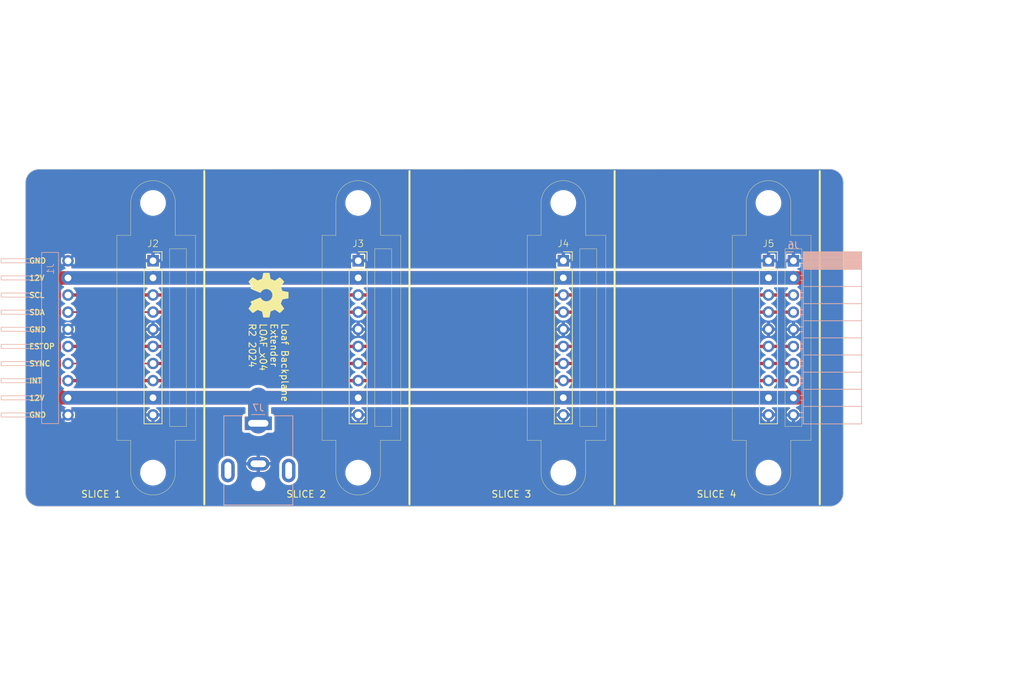
<source format=kicad_pcb>
(kicad_pcb (version 20221018) (generator pcbnew)
  (layers (0 "F.Cu" signal) (31 "B.Cu" signal) (34 "B.Paste" user) (35 "F.Paste" user) (36 "B.SilkS" user "B.Silkscreen") (37 "F.SilkS" user "F.Silkscreen") (38 "B.Mask" user) (39 "F.Mask" user) (44 "Edge.Cuts" user))
  (net 0 "")
  (net 1 "GND")
  (net 2 "+12V")
  (net 3 "/SCL_5V")
  (net 4 "/SDA_5V")
  (net 5 "/E_STOP_5V")
  (net 6 "/INT_5V")
  (net 7 "/SYNC_5V")
  (footprint "SparkFun-Connector:BREAD 10-Pin Connector" (layer "F.Cu") (at 103.2 107.12)
    (fp_text reference "J3" (at 0 -13.97 unlocked) (layer "F.SilkS") (effects (font (thickness 0.1))))
    (fp_text value "Conn_01x10_Male")
    (fp_line (start -5.35 -15.2) (end -5.35 15.2) (stroke (width 0.05)) (layer "F.SilkS"))
    (fp_line (start -3.3 -15.2) (end -5.35 -15.2) (stroke (width 0.05)) (layer "F.SilkS"))
    (fp_line (start -3.3 15.2) (end -5.35 15.2) (stroke (width 0.05)) (layer "F.SilkS"))
    (fp_line (start -3.299924 -19.97) (end -3.3 -15.2) (stroke (width 0.05)) (layer "F.SilkS"))
    (fp_line (start -3.299924 19.970001) (end -3.299848 15.200001) (stroke (width 0.05)) (layer "F.SilkS"))
    (fp_line (start -1.33 -10.16) (end -1.33 12.76) (stroke (width 0.12)) (layer "F.SilkS"))
    (fp_line (start -1.33 -10.16) (end 1.33 -10.16) (stroke (width 0.12)) (layer "F.SilkS"))
    (fp_line (start -1.33 12.76) (end 1.33 12.76) (stroke (width 0.12)) (layer "F.SilkS"))
    (fp_line (start 0 -12.76) (end 1.33 -12.76) (stroke (width 0.12)) (layer "F.SilkS"))
    (fp_line (start 1.33 -12.76) (end 1.33 -11.43) (stroke (width 0.12)) (layer "F.SilkS"))
    (fp_line (start 1.33 -10.16) (end 1.33 12.76) (stroke (width 0.12)) (layer "F.SilkS"))
    (fp_line (start 3.299924 -19.970001) (end 3.3 -15.2) (stroke (width 0.05)) (layer "F.SilkS"))
    (fp_line (start 3.299924 19.97) (end 3.3 15.2) (stroke (width 0.05)) (layer "F.SilkS"))
    (fp_line (start 6.3 -15.2) (end 3.3 -15.2) (stroke (width 0.05)) (layer "F.SilkS"))
    (fp_line (start 6.3 -15.2) (end 6.3 15.2) (stroke (width 0.05)) (layer "F.SilkS"))
    (fp_line (start 6.3 15.2) (end 3.3 15.2) (stroke (width 0.05)) (layer "F.SilkS"))
    (fp_rect (start 2.45 -13.2) (end 4.95 13.15) (stroke (width 0.05)) (fill none) (layer "F.SilkS"))
    (fp_arc (start -3.299924 -19.97) (mid 0 -23.30006) (end 3.299924 -19.970001) (stroke (width 0.05)) (layer "F.SilkS"))
    (fp_arc (start 3.299924 19.97) (mid 0 23.30006) (end -3.299924 19.970001) (stroke (width 0.05)) (layer "F.SilkS"))
    (pad "" np_thru_hole circle (at 0 -20) (size 3.3 3.3) (drill 3.3) (layers "F&B.Cu" "*.Mask"))
    (pad "" np_thru_hole circle (at 0 20) (size 3.3 3.3) (drill 3.3) (layers "F&B.Cu" "*.Mask"))
    (pad "1" thru_hole rect (at 0 -11.43) (size 1.7 1.7) (drill 1) (layers "*.Cu" "*.Mask") (net 1 "GND"))
    (pad "2" thru_hole oval (at 0 -8.89) (size 1.7 1.7) (drill 1) (layers "*.Cu" "*.Mask") (net 2 "+12V"))
    (pad "3" thru_hole oval (at 0 -6.35) (size 1.7 1.7) (drill 1) (layers "*.Cu" "*.Mask") (net 3 "/SCL_5V"))
    (pad "4" thru_hole oval (at 0 -3.81) (size 1.7 1.7) (drill 1) (layers "*.Cu" "*.Mask") (net 4 "/SDA_5V"))
    (pad "5" thru_hole oval (at 0 -1.27) (size 1.7 1.7) (drill 1) (layers "*.Cu" "*.Mask") (net 1 "GND"))
    (pad "6" thru_hole oval (at 0 1.27) (size 1.7 1.7) (drill 1) (layers "*.Cu" "*.Mask") (net 5 "/E_STOP_5V"))
    (pad "7" thru_hole oval (at 0 3.81) (size 1.7 1.7) (drill 1) (layers "*.Cu" "*.Mask") (net 6 "/INT_5V"))
    (pad "8" thru_hole oval (at 0 6.35) (size 1.7 1.7) (drill 1) (layers "*.Cu" "*.Mask") (net 7 "/SYNC_5V"))
    (pad "9" thru_hole oval (at 0 8.89) (size 1.7 1.7) (drill 1) (layers "*.Cu" "*.Mask") (net 2 "+12V"))
    (pad "10" thru_hole oval (at 0 11.43) (size 1.7 1.7) (drill 1) (layers "*.Cu" "*.Mask") (net 1 "GND"))
  )
  (footprint "SparkFun-Connector:BREAD 10-Pin Connector" (layer "F.Cu") (at 164 107.12)
    (fp_text reference "J5" (at 0 -13.97 unlocked) (layer "F.SilkS") (effects (font (thickness 0.1))))
    (fp_text value "Conn_01x10_Male")
    (fp_line (start -5.35 -15.2) (end -5.35 15.2) (stroke (width 0.05)) (layer "F.SilkS"))
    (fp_line (start -3.3 -15.2) (end -5.35 -15.2) (stroke (width 0.05)) (layer "F.SilkS"))
    (fp_line (start -3.3 15.2) (end -5.35 15.2) (stroke (width 0.05)) (layer "F.SilkS"))
    (fp_line (start -3.299924 -19.97) (end -3.3 -15.2) (stroke (width 0.05)) (layer "F.SilkS"))
    (fp_line (start -3.299924 19.970001) (end -3.299848 15.200001) (stroke (width 0.05)) (layer "F.SilkS"))
    (fp_line (start -1.33 -10.16) (end -1.33 12.76) (stroke (width 0.12)) (layer "F.SilkS"))
    (fp_line (start -1.33 -10.16) (end 1.33 -10.16) (stroke (width 0.12)) (layer "F.SilkS"))
    (fp_line (start -1.33 12.76) (end 1.33 12.76) (stroke (width 0.12)) (layer "F.SilkS"))
    (fp_line (start 0 -12.76) (end 1.33 -12.76) (stroke (width 0.12)) (layer "F.SilkS"))
    (fp_line (start 1.33 -12.76) (end 1.33 -11.43) (stroke (width 0.12)) (layer "F.SilkS"))
    (fp_line (start 1.33 -10.16) (end 1.33 12.76) (stroke (width 0.12)) (layer "F.SilkS"))
    (fp_line (start 3.299924 -19.970001) (end 3.3 -15.2) (stroke (width 0.05)) (layer "F.SilkS"))
    (fp_line (start 3.299924 19.97) (end 3.3 15.2) (stroke (width 0.05)) (layer "F.SilkS"))
    (fp_line (start 6.3 -15.2) (end 3.3 -15.2) (stroke (width 0.05)) (layer "F.SilkS"))
    (fp_line (start 6.3 -15.2) (end 6.3 15.2) (stroke (width 0.05)) (layer "F.SilkS"))
    (fp_line (start 6.3 15.2) (end 3.3 15.2) (stroke (width 0.05)) (layer "F.SilkS"))
    (fp_rect (start 2.45 -13.2) (end 4.95 13.15) (stroke (width 0.05)) (fill none) (layer "F.SilkS"))
    (fp_arc (start -3.299924 -19.97) (mid 0 -23.30006) (end 3.299924 -19.970001) (stroke (width 0.05)) (layer "F.SilkS"))
    (fp_arc (start 3.299924 19.97) (mid 0 23.30006) (end -3.299924 19.970001) (stroke (width 0.05)) (layer "F.SilkS"))
    (pad "" np_thru_hole circle (at 0 -20) (size 3.3 3.3) (drill 3.3) (layers "F&B.Cu" "*.Mask"))
    (pad "" np_thru_hole circle (at 0 20) (size 3.3 3.3) (drill 3.3) (layers "F&B.Cu" "*.Mask"))
    (pad "1" thru_hole rect (at 0 -11.43) (size 1.7 1.7) (drill 1) (layers "*.Cu" "*.Mask") (net 1 "GND"))
    (pad "2" thru_hole oval (at 0 -8.89) (size 1.7 1.7) (drill 1) (layers "*.Cu" "*.Mask") (net 2 "+12V"))
    (pad "3" thru_hole oval (at 0 -6.35) (size 1.7 1.7) (drill 1) (layers "*.Cu" "*.Mask") (net 3 "/SCL_5V"))
    (pad "4" thru_hole oval (at 0 -3.81) (size 1.7 1.7) (drill 1) (layers "*.Cu" "*.Mask") (net 4 "/SDA_5V"))
    (pad "5" thru_hole oval (at 0 -1.27) (size 1.7 1.7) (drill 1) (layers "*.Cu" "*.Mask") (net 1 "GND"))
    (pad "6" thru_hole oval (at 0 1.27) (size 1.7 1.7) (drill 1) (layers "*.Cu" "*.Mask") (net 5 "/E_STOP_5V"))
    (pad "7" thru_hole oval (at 0 3.81) (size 1.7 1.7) (drill 1) (layers "*.Cu" "*.Mask") (net 6 "/INT_5V"))
    (pad "8" thru_hole oval (at 0 6.35) (size 1.7 1.7) (drill 1) (layers "*.Cu" "*.Mask") (net 7 "/SYNC_5V"))
    (pad "9" thru_hole oval (at 0 8.89) (size 1.7 1.7) (drill 1) (layers "*.Cu" "*.Mask") (net 2 "+12V"))
    (pad "10" thru_hole oval (at 0 11.43) (size 1.7 1.7) (drill 1) (layers "*.Cu" "*.Mask") (net 1 "GND"))
  )
  (footprint "Symbol:OSHW-Symbol_6.7x6mm_SilkScreen" (layer "F.Cu") (at 89.9 100.788993 -90)
    (fp_text reference "Logo1" hide)
    (fp_text value "Logo_Open_Hardware_Small" hide)
    (fp_poly (pts (xy 0.555814 -2.531069) (xy 0.639635 -2.086445) (xy 0.94892 -1.958947) (xy 1.258206 -1.831449) (xy 1.629246 -2.083754) (xy 1.733157 -2.154004) (xy 1.827087 -2.216728) (xy 1.906652 -2.269062) (xy 1.96747 -2.308143) (xy 2.005157 -2.331107) (xy 2.015421 -2.336058) (xy 2.03391 -2.323324) (xy 2.07342 -2.288118) (xy 2.129522 -2.234938) (xy 2.197787 -2.168282) (xy 2.273786 -2.092646) (xy 2.353092 -2.012528) (xy 2.431275 -1.932426) (xy 2.503907 -1.856836) (xy 2.566559 -1.790255) (xy 2.614803 -1.737182) (xy 2.64421 -1.702113) (xy 2.651241 -1.690377) (xy 2.641123 -1.66874) (xy 2.612759 -1.621338) (xy 2.569129 -1.552807) (xy 2.513218 -1.467785) (xy 2.448006 -1.370907) (xy 2.410219 -1.31565) (xy 2.341343 -1.214752) (xy 2.28014 -1.123701) (xy 2.229578 -1.04703) (xy 2.192628 -0.989272) (xy 2.172258 -0.954957) (xy 2.169197 -0.947746) (xy 2.176136 -0.927252) (xy 2.195051 -0.879487) (xy 2.223087 -0.811168) (xy 2.257391 -0.729011) (xy 2.295109 -0.63973) (xy 2.333387 -0.550042) (xy 2.36937 -0.466662) (xy 2.400206 -0.396306) (xy 2.423039 -0.34569) (xy 2.435017 -0.321529) (xy 2.435724 -0.320578) (xy 2.454531 -0.315964) (xy 2.504618 -0.305672) (xy 2.580793 -0.290713) (xy 2.677865 -0.272099) (xy 2.790643 -0.250841) (xy 2.856442 -0.238582) (xy 2.97695 -0.215638) (xy 3.085797 -0.193805) (xy 3.177476 -0.174278) (xy 3.246481 -0.158252) (xy 3.287304 -0.146921) (xy 3.295511 -0.143326) (xy 3.303548 -0.118994) (xy 3.310033 -0.064041) (xy 3.31497 0.015108) (xy 3.318364 0.112026) (xy 3.320218 0.220287) (xy 3.320538 0.333465) (xy 3.319327 0.445135) (xy 3.31659 0.548868) (xy 3.312331 0.638241) (xy 3.306555 0.706826) (xy 3.299267 0.748197) (xy 3.294895 0.75681) (xy 3.268764 0.767133) (xy 3.213393 0.781892) (xy 3.136107 0.799352) (xy 3.04423 0.81778) (xy 3.012158 0.823741) (xy 2.857524 0.852066) (xy 2.735375 0.874876) (xy 2.641673 0.89308) (xy 2.572384 0.907583) (xy 2.523471 0.919292) (xy 2.490897 0.929115) (xy 2.470628 0.937956) (xy 2.458626 0.946724) (xy 2.456947 0.948457) (xy 2.440184 0.976371) (xy 2.414614 1.030695) (xy 2.382788 1.104777) (xy 2.34726 1.191965) (xy 2.310583 1.285608) (xy 2.275311 1.379052) (xy 2.243996 1.465647) (xy 2.219193 1.53874) (xy 2.203454 1.591678) (xy 2.199332 1.617811) (xy 2.199676 1.618726) (xy 2.213641 1.640086) (xy 2.245322 1.687084) (xy 2.291391 1.754827) (xy 2.348518 1.838423) (xy 2.413373 1.932982) (xy 2.431843 1.959854) (xy 2.497699 2.057275) (xy 2.55565 2.146163) (xy 2.602538 2.221412) (xy 2.635207 2.27792) (xy 2.6505 2.310581) (xy 2.651241 2.314593) (xy 2.638392 2.335684) (xy 2.602888 2.377464) (xy 2.549293 2.435445) (xy 2.482171 2.505135) (xy 2.406087 2.582045) (xy 2.325604 2.661683) (xy 2.245287 2.739561) (xy 2.169699 2.811186) (xy 2.103405 2.87207) (xy 2.050969 2.917721) (xy 2.016955 2.94365) (xy 2.007545 2.947883) (xy 1.985643 2.937912) (xy 1.9408 2.91102) (xy 1.880321 2.871736) (xy 1.833789 2.840117) (xy 1.749475 2.782098) (xy 1.649626 2.713784) (xy 1.549473 2.645579) (xy 1.495627 2.609075) (xy 1.313371 2.4858) (xy 1.160381 2.56852) (xy 1.090682 2.604759) (xy 1.031414 2.632926) (xy 0.991311 2.648991) (xy 0.981103 2.651226) (xy 0.968829 2.634722) (xy 0.944613 2.588082) (xy 0.910263 2.515609) (xy 0.867588 2.421606) (xy 0.818394 2.310374) (xy 0.76449 2.186215) (xy 0.707684 2.053432) (xy 0.649782 1.916327) (xy 0.592593 1.779202) (xy 0.537924 1.646358) (xy 0.487584 1.522098) (xy 0.44338 1.410725) (xy 0.407119 1.316539) (xy 0.380609 1.243844) (xy 0.365658 1.196941) (xy 0.363254 1.180833) (xy 0.382311 1.160286) (xy 0.424036 1.126933) (xy 0.479706 1.087702) (xy 0.484378 1.084599) (xy 0.628264 0.969423) (xy 0.744283 0.835053) (xy 0.83143 0.685784) (xy 0.888699 0.525913) (xy 0.915086 0.359737) (xy 0.909585 0.191552) (xy 0.87119 0.025655) (xy 0.798895 -0.133658) (xy 0.777626 -0.168513) (xy 0.666996 -0.309263) (xy 0.536302 -0.422286) (xy 0.390064 -0.506997) (xy 0.232808 -0.562806) (xy 0.069057 -0.589126) (xy -0.096667 -0.58537) (xy -0.259838 -0.55095) (xy -0.415935 -0.485277) (xy -0.560433 -0.387765) (xy -0.605131 -0.348187) (xy -0.718888 -0.224297) (xy -0.801782 -0.093876) (xy -0.858644 0.052315) (xy -0.890313 0.197088) (xy -0.898131 0.35986) (xy -0.872062 0.52344) (xy -0.814755 0.682298) (xy -0.728856 0.830906) (xy -0.617014 0.963735) (xy -0.481877 1.075256) (xy -0.464117 1.087011) (xy -0.40785 1.125508) (xy -0.365077 1.158863) (xy -0.344628 1.18016) (xy -0.344331 1.180833) (xy -0.348721 1.203871) (xy -0.366124 1.256157) (xy -0.394732 1.33339) (xy -0.432735 1.431268) (xy -0.478326 1.545491) (xy -0.529697 1.671758) (xy -0.585038 1.805767) (xy -0.642542 1.943218) (xy -0.700399 2.079808) (xy -0.756802 2.211237) (xy -0.809942 2.333205) (xy -0.85801 2.441409) (xy -0.899199 2.531549) (xy -0.931699 2.599323) (xy -0.953703 2.64043) (xy -0.962564 2.651226) (xy -0.98964 2.642819) (xy -1.040303 2.620272) (xy -1.105817 2.587613) (xy -1.141841 2.56852) (xy -1.294832 2.4858) (xy -1.477088 2.609075) (xy -1.570125 2.672228) (xy -1.671985 2.741727) (xy -1.767438 2.807165) (xy -1.81525 2.840117) (xy -1.882495 2.885273) (xy -1.939436 2.921057) (xy -1.978646 2.942938) (xy -1.991381 2.947563) (xy -2.009917 2.935085) (xy -2.050941 2.900252) (xy -2.110475 2.846678) (xy -2.184542 2.777983) (xy -2.269165 2.697781) (xy -2.322685 2.646286) (xy -2.416319 2.554286) (xy -2.497241 2.471999) (xy -2.562177 2.402945) (xy -2.607858 2.350644) (xy -2.631011 2.318616) (xy -2.633232 2.312116) (xy -2.622924 2.287394) (xy -2.594439 2.237405) (xy -2.550937 2.167212) (xy -2.495577 2.081875) (xy -2.43152 1.986456) (xy -2.413303 1.959854) (xy -2.346927 1.863167) (xy -2.287378 1.776117) (xy -2.237984 1.703595) (xy -2.202075 1.650493) (xy -2.182981 1.621703) (xy -2.181136 1.618726) (xy -2.183895 1.595782) (xy -2.198538 1.545336) (xy -2.222513 1.474041) (xy -2.253266 1.388547) (xy -2.288244 1.295507) (xy -2.324893 1.201574) (xy -2.360661 1.113399) (xy -2.392994 1.037634) (xy -2.419338 0.980931) (xy -2.437142 0.949943) (xy -2.438407 0.948457) (xy -2.449294 0.939601) (xy -2.467682 0.930843) (xy -2.497606 0.921277) (xy -2.543103 0.909996) (xy -2.608209 0.896093) (xy -2.696961 0.878663) (xy -2.813393 0.856798) (xy -2.961542 0.829591) (xy -2.993618 0.823741) (xy -3.088686 0.805374) (xy -3.171565 0.787405) (xy -3.23493 0.771569) (xy -3.271458 0.7596) (xy -3.276356 0.75681) (xy -3.284427 0.732072) (xy -3.290987 0.67679) (xy -3.296033 0.597389) (xy -3.299559 0.500296) (xy -3.301561 0.391938) (xy -3.302036 0.27874) (xy -3.300977 0.167128) (xy -3.298382 0.063529) (xy -3.294246 -0.025632) (xy -3.288563 -0.093928) (xy -3.281331 -0.134934) (xy -3.276971 -0.143326) (xy -3.252698 -0.151792) (xy -3.197426 -0.165565) (xy -3.116662 -0.18345) (xy -3.015912 -0.204252) (xy -2.900683 -0.226777) (xy -2.837902 -0.238582) (xy -2.718787 -0.260849) (xy -2.612565 -0.281021) (xy -2.524427 -0.298085) (xy -2.459566 -0.311031) (xy -2.423174 -0.318845) (xy -2.417184 -0.320578) (xy -2.407061 -0.34011) (xy -2.385662 -0.387157) (xy -2.355839 -0.454997) (xy -2.320445 -0.536909) (xy -2.282332 -0.626172) (xy -2.244353 -0.716065) (xy -2.20936 -0.799865) (xy -2.180206 -0.870853) (xy -2.159743 -0.922306) (xy -2.150823 -0.947503) (xy -2.150657 -0.948604) (xy -2.160769 -0.968481) (xy -2.189117 -1.014223) (xy -2.232723 -1.081283) (xy -2.288606 -1.165116) (xy -2.353787 -1.261174) (xy -2.391679 -1.31635) (xy -2.460725 -1.417519) (xy -2.52205 -1.50937) (xy -2.572663 -1.587256) (xy -2.609571 -1.646531) (xy -2.629782 -1.682549) (xy -2.632701 -1.690623) (xy -2.620153 -1.709416) (xy -2.585463 -1.749543) (xy -2.533063 -1.806507) (xy -2.467384 -1.875815) (xy -2.392856 -1.952969) (xy -2.313913 -2.033475) (xy -2.234983 -2.112837) (xy -2.1605 -2.18656) (xy -2.094894 -2.250148) (xy -2.042596 -2.299106) (xy -2.008039 -2.328939) (xy -1.996478 -2.336058) (xy -1.977654 -2.326047) (xy -1.932631 -2.297922) (xy -1.865787 -2.254546) (xy -1.781499 -2.198782) (xy -1.684144 -2.133494) (xy -1.610707 -2.083754) (xy -1.239667 -1.831449) (xy -0.621095 -2.086445) (xy -0.537275 -2.531069) (xy -0.453454 -2.975693) (xy 0.471994 -2.975693) (xy 0.555814 -2.531069)) (stroke (width 0.01)) (fill solid) (layer "F.SilkS"))
  )
  (footprint "SparkFun-Connector:BREAD 10-Pin Connector" (layer "F.Cu") (at 133.6 107.12)
    (fp_text reference "J4" (at 0 -13.97 unlocked) (layer "F.SilkS") (effects (font (thickness 0.1))))
    (fp_text value "Conn_01x10_Male")
    (fp_line (start -5.35 -15.2) (end -5.35 15.2) (stroke (width 0.05)) (layer "F.SilkS"))
    (fp_line (start -3.3 -15.2) (end -5.35 -15.2) (stroke (width 0.05)) (layer "F.SilkS"))
    (fp_line (start -3.3 15.2) (end -5.35 15.2) (stroke (width 0.05)) (layer "F.SilkS"))
    (fp_line (start -3.299924 -19.97) (end -3.3 -15.2) (stroke (width 0.05)) (layer "F.SilkS"))
    (fp_line (start -3.299924 19.970001) (end -3.299848 15.200001) (stroke (width 0.05)) (layer "F.SilkS"))
    (fp_line (start -1.33 -10.16) (end -1.33 12.76) (stroke (width 0.12)) (layer "F.SilkS"))
    (fp_line (start -1.33 -10.16) (end 1.33 -10.16) (stroke (width 0.12)) (layer "F.SilkS"))
    (fp_line (start -1.33 12.76) (end 1.33 12.76) (stroke (width 0.12)) (layer "F.SilkS"))
    (fp_line (start 0 -12.76) (end 1.33 -12.76) (stroke (width 0.12)) (layer "F.SilkS"))
    (fp_line (start 1.33 -12.76) (end 1.33 -11.43) (stroke (width 0.12)) (layer "F.SilkS"))
    (fp_line (start 1.33 -10.16) (end 1.33 12.76) (stroke (width 0.12)) (layer "F.SilkS"))
    (fp_line (start 3.299924 -19.970001) (end 3.3 -15.2) (stroke (width 0.05)) (layer "F.SilkS"))
    (fp_line (start 3.299924 19.97) (end 3.3 15.2) (stroke (width 0.05)) (layer "F.SilkS"))
    (fp_line (start 6.3 -15.2) (end 3.3 -15.2) (stroke (width 0.05)) (layer "F.SilkS"))
    (fp_line (start 6.3 -15.2) (end 6.3 15.2) (stroke (width 0.05)) (layer "F.SilkS"))
    (fp_line (start 6.3 15.2) (end 3.3 15.2) (stroke (width 0.05)) (layer "F.SilkS"))
    (fp_rect (start 2.45 -13.2) (end 4.95 13.15) (stroke (width 0.05)) (fill none) (layer "F.SilkS"))
    (fp_arc (start -3.299924 -19.97) (mid 0 -23.30006) (end 3.299924 -19.970001) (stroke (width 0.05)) (layer "F.SilkS"))
    (fp_arc (start 3.299924 19.97) (mid 0 23.30006) (end -3.299924 19.970001) (stroke (width 0.05)) (layer "F.SilkS"))
    (pad "" np_thru_hole circle (at 0 -20) (size 3.3 3.3) (drill 3.3) (layers "F&B.Cu" "*.Mask"))
    (pad "" np_thru_hole circle (at 0 20) (size 3.3 3.3) (drill 3.3) (layers "F&B.Cu" "*.Mask"))
    (pad "1" thru_hole rect (at 0 -11.43) (size 1.7 1.7) (drill 1) (layers "*.Cu" "*.Mask") (net 1 "GND"))
    (pad "2" thru_hole oval (at 0 -8.89) (size 1.7 1.7) (drill 1) (layers "*.Cu" "*.Mask") (net 2 "+12V"))
    (pad "3" thru_hole oval (at 0 -6.35) (size 1.7 1.7) (drill 1) (layers "*.Cu" "*.Mask") (net 3 "/SCL_5V"))
    (pad "4" thru_hole oval (at 0 -3.81) (size 1.7 1.7) (drill 1) (layers "*.Cu" "*.Mask") (net 4 "/SDA_5V"))
    (pad "5" thru_hole oval (at 0 -1.27) (size 1.7 1.7) (drill 1) (layers "*.Cu" "*.Mask") (net 1 "GND"))
    (pad "6" thru_hole oval (at 0 1.27) (size 1.7 1.7) (drill 1) (layers "*.Cu" "*.Mask") (net 5 "/E_STOP_5V"))
    (pad "7" thru_hole oval (at 0 3.81) (size 1.7 1.7) (drill 1) (layers "*.Cu" "*.Mask") (net 6 "/INT_5V"))
    (pad "8" thru_hole oval (at 0 6.35) (size 1.7 1.7) (drill 1) (layers "*.Cu" "*.Mask") (net 7 "/SYNC_5V"))
    (pad "9" thru_hole oval (at 0 8.89) (size 1.7 1.7) (drill 1) (layers "*.Cu" "*.Mask") (net 2 "+12V"))
    (pad "10" thru_hole oval (at 0 11.43) (size 1.7 1.7) (drill 1) (layers "*.Cu" "*.Mask") (net 1 "GND"))
  )
  (footprint "SparkFun-Connector:BREAD 10-Pin Connector" (layer "F.Cu") (at 72.8 107.12)
    (fp_text reference "J2" (at 0 -13.97 unlocked) (layer "F.SilkS") (effects (font (thickness 0.1))))
    (fp_text value "Conn_01x10_Male")
    (fp_line (start -5.35 -15.2) (end -5.35 15.2) (stroke (width 0.05)) (layer "F.SilkS"))
    (fp_line (start -3.3 -15.2) (end -5.35 -15.2) (stroke (width 0.05)) (layer "F.SilkS"))
    (fp_line (start -3.3 15.2) (end -5.35 15.2) (stroke (width 0.05)) (layer "F.SilkS"))
    (fp_line (start -3.299924 -19.97) (end -3.3 -15.2) (stroke (width 0.05)) (layer "F.SilkS"))
    (fp_line (start -3.299924 19.970001) (end -3.299848 15.200001) (stroke (width 0.05)) (layer "F.SilkS"))
    (fp_line (start -1.33 -10.16) (end -1.33 12.76) (stroke (width 0.12)) (layer "F.SilkS"))
    (fp_line (start -1.33 -10.16) (end 1.33 -10.16) (stroke (width 0.12)) (layer "F.SilkS"))
    (fp_line (start -1.33 12.76) (end 1.33 12.76) (stroke (width 0.12)) (layer "F.SilkS"))
    (fp_line (start 0 -12.76) (end 1.33 -12.76) (stroke (width 0.12)) (layer "F.SilkS"))
    (fp_line (start 1.33 -12.76) (end 1.33 -11.43) (stroke (width 0.12)) (layer "F.SilkS"))
    (fp_line (start 1.33 -10.16) (end 1.33 12.76) (stroke (width 0.12)) (layer "F.SilkS"))
    (fp_line (start 3.299924 -19.970001) (end 3.3 -15.2) (stroke (width 0.05)) (layer "F.SilkS"))
    (fp_line (start 3.299924 19.97) (end 3.3 15.2) (stroke (width 0.05)) (layer "F.SilkS"))
    (fp_line (start 6.3 -15.2) (end 3.3 -15.2) (stroke (width 0.05)) (layer "F.SilkS"))
    (fp_line (start 6.3 -15.2) (end 6.3 15.2) (stroke (width 0.05)) (layer "F.SilkS"))
    (fp_line (start 6.3 15.2) (end 3.3 15.2) (stroke (width 0.05)) (layer "F.SilkS"))
    (fp_rect (start 2.45 -13.2) (end 4.95 13.15) (stroke (width 0.05)) (fill none) (layer "F.SilkS"))
    (fp_arc (start -3.299924 -19.97) (mid 0 -23.30006) (end 3.299924 -19.970001) (stroke (width 0.05)) (layer "F.SilkS"))
    (fp_arc (start 3.299924 19.97) (mid 0 23.30006) (end -3.299924 19.970001) (stroke (width 0.05)) (layer "F.SilkS"))
    (pad "" np_thru_hole circle (at 0 -20) (size 3.3 3.3) (drill 3.3) (layers "F&B.Cu" "*.Mask"))
    (pad "" np_thru_hole circle (at 0 20) (size 3.3 3.3) (drill 3.3) (layers "F&B.Cu" "*.Mask"))
    (pad "1" thru_hole rect (at 0 -11.43) (size 1.7 1.7) (drill 1) (layers "*.Cu" "*.Mask") (net 1 "GND"))
    (pad "2" thru_hole oval (at 0 -8.89) (size 1.7 1.7) (drill 1) (layers "*.Cu" "*.Mask") (net 2 "+12V"))
    (pad "3" thru_hole oval (at 0 -6.35) (size 1.7 1.7) (drill 1) (layers "*.Cu" "*.Mask") (net 3 "/SCL_5V"))
    (pad "4" thru_hole oval (at 0 -3.81) (size 1.7 1.7) (drill 1) (layers "*.Cu" "*.Mask") (net 4 "/SDA_5V"))
    (pad "5" thru_hole oval (at 0 -1.27) (size 1.7 1.7) (drill 1) (layers "*.Cu" "*.Mask") (net 1 "GND"))
    (pad "6" thru_hole oval (at 0 1.27) (size 1.7 1.7) (drill 1) (layers "*.Cu" "*.Mask") (net 5 "/E_STOP_5V"))
    (pad "7" thru_hole oval (at 0 3.81) (size 1.7 1.7) (drill 1) (layers "*.Cu" "*.Mask") (net 6 "/INT_5V"))
    (pad "8" thru_hole oval (at 0 6.35) (size 1.7 1.7) (drill 1) (layers "*.Cu" "*.Mask") (net 7 "/SYNC_5V"))
    (pad "9" thru_hole oval (at 0 8.89) (size 1.7 1.7) (drill 1) (layers "*.Cu" "*.Mask") (net 2 "+12V"))
    (pad "10" thru_hole oval (at 0 11.43) (size 1.7 1.7) (drill 1) (layers "*.Cu" "*.Mask") (net 1 "GND"))
  )
  (footprint "Connector_BarrelJack:BarrelJack_CUI_PJ-063AH_Horizontal" (layer "B.Cu") (at 88.4 119.8 180)
    (fp_text reference "J7" (at 0 2.3) (layer "B.SilkS") (effects (justify mirror)))
    (fp_text value "Barrel_Jack")
    (fp_line (start -5.11 -12.11) (end -5.11 -9.05) (stroke (width 0.12)) (layer "B.SilkS"))
    (fp_line (start -5.11 -4.95) (end -5.11 1.11) (stroke (width 0.12)) (layer "B.SilkS"))
    (fp_line (start -5.11 1.11) (end -2.3 1.11) (stroke (width 0.12)) (layer "B.SilkS"))
    (fp_line (start -1 1.3) (end 1 1.3) (stroke (width 0.12)) (layer "B.SilkS"))
    (fp_line (start 2.3 1.11) (end 5.11 1.11) (stroke (width 0.12)) (layer "B.SilkS"))
    (fp_line (start 5.11 -12.11) (end -5.11 -12.11) (stroke (width 0.12)) (layer "B.SilkS"))
    (fp_line (start 5.11 -9.05) (end 5.11 -12.11) (stroke (width 0.12)) (layer "B.SilkS"))
    (fp_line (start 5.11 1.11) (end 5.11 -4.95) (stroke (width 0.12)) (layer "B.SilkS"))
    (pad "" np_thru_hole circle (at 0 -9 180) (size 1.6 1.6) (drill 1.6) (layers "*.Cu" "*.Mask"))
    (pad "1" thru_hole rect (at 0 0 180) (size 4 2) (drill oval 3 1) (layers "*.Cu" "*.Mask") (net 2 "+12V"))
    (pad "2" thru_hole oval (at 0 -6 180) (size 3.3 2) (drill oval 2.3 1) (layers "*.Cu" "*.Mask") (net 1 "GND"))
    (pad "MP" thru_hole oval (at -4.5 -7 180) (size 2 3.5) (drill oval 1 2.5) (layers "*.Cu" "*.Mask"))
    (pad "MP" thru_hole oval (at 4.5 -7 180) (size 2 3.5) (drill oval 1 2.5) (layers "*.Cu" "*.Mask"))
  )
  (footprint "SparkFun-Connector:1x10 RA Male Header 2.54mm Pitch" (layer "B.Cu") (at 60.2 95.7 -90)
    (fp_text reference "J1" (at 1.2 2.6 90 unlocked) (layer "B.SilkS") (effects (font (thickness 0.1)) (justify mirror)))
    (fp_text value "PPPC101LGBN-RC")
    (fp_rect (start -1.2375 3.9) (end 24.1375 1.4) (stroke (width 0.1)) (fill none) (layer "B.SilkS"))
    (fp_rect (start -0.3 9.9) (end 0.3 3.9) (stroke (width 0.1)) (fill none) (layer "B.SilkS"))
    (fp_rect (start 2.24 9.9) (end 2.84 3.9) (stroke (width 0.1)) (fill none) (layer "B.SilkS"))
    (fp_rect (start 4.78 9.9) (end 5.38 3.9) (stroke (width 0.1)) (fill none) (layer "B.SilkS"))
    (fp_rect (start 7.32 9.9) (end 7.92 3.9) (stroke (width 0.1)) (fill none) (layer "B.SilkS"))
    (fp_rect (start 9.86 9.9) (end 10.46 3.9) (stroke (width 0.1)) (fill none) (layer "B.SilkS"))
    (fp_rect (start 12.4 9.9) (end 13 3.9) (stroke (width 0.1)) (fill none) (layer "B.SilkS"))
    (fp_rect (start 14.94 9.9) (end 15.54 3.9) (stroke (width 0.1)) (fill none) (layer "B.SilkS"))
    (fp_rect (start 17.48 9.9) (end 18.08 3.9) (stroke (width 0.1)) (fill none) (layer "B.SilkS"))
    (fp_rect (start 20.02 9.9) (end 20.62 3.9) (stroke (width 0.1)) (fill none) (layer "B.SilkS"))
    (fp_rect (start 22.56 9.9) (end 23.16 3.9) (stroke (width 0.1)) (fill none) (layer "B.SilkS"))
    (pad "1" thru_hole circle (at 22.86 0 270) (size 1.7 1.7) (drill 1) (layers "*.Cu" "*.Mask") (net 1 "GND"))
    (pad "2" thru_hole circle (at 20.32 0 270) (size 1.7 1.7) (drill 1) (layers "*.Cu" "*.Mask") (net 2 "+12V"))
    (pad "3" thru_hole circle (at 17.78 0 270) (size 1.7 1.7) (drill 1) (layers "*.Cu" "*.Mask") (net 7 "/SYNC_5V"))
    (pad "4" thru_hole circle (at 15.24 0 270) (size 1.7 1.7) (drill 1) (layers "*.Cu" "*.Mask") (net 6 "/INT_5V"))
    (pad "5" thru_hole circle (at 12.7 0 270) (size 1.7 1.7) (drill 1) (layers "*.Cu" "*.Mask") (net 5 "/E_STOP_5V"))
    (pad "6" thru_hole circle (at 10.16 0 270) (size 1.7 1.7) (drill 1) (layers "*.Cu" "*.Mask") (net 1 "GND"))
    (pad "7" thru_hole circle (at 7.62 0 270) (size 1.7 1.7) (drill 1) (layers "*.Cu" "*.Mask") (net 4 "/SDA_5V"))
    (pad "8" thru_hole circle (at 5.08 0 270) (size 1.7 1.7) (drill 1) (layers "*.Cu" "*.Mask") (net 3 "/SCL_5V"))
    (pad "9" thru_hole circle (at 2.54 0 270) (size 1.7 1.7) (drill 1) (layers "*.Cu" "*.Mask") (net 2 "+12V"))
    (pad "10" thru_hole circle (at 0 0 270) (size 1.7 1.7) (drill 1) (layers "*.Cu" "*.Mask") (net 1 "GND"))
  )
  (footprint "Connector_PinSocket_2.54mm:PinSocket_1x10_P2.54mm_Horizontal" (layer "B.Cu") (at 167.7 95.7 180)
    (fp_text reference "J6" (at 0 2.3) (layer "B.SilkS") (effects (justify mirror)))
    (fp_text value "PPPC101LGBN-RC")
    (fp_line (start -10.09 -24.19) (end -1.46 -24.19) (stroke (width 0.12)) (layer "B.SilkS"))
    (fp_line (start -10.09 -21.59) (end -1.46 -21.59) (stroke (width 0.12)) (layer "B.SilkS"))
    (fp_line (start -10.09 -19.05) (end -1.46 -19.05) (stroke (width 0.12)) (layer "B.SilkS"))
    (fp_line (start -10.09 -16.51) (end -1.46 -16.51) (stroke (width 0.12)) (layer "B.SilkS"))
    (fp_line (start -10.09 -13.97) (end -1.46 -13.97) (stroke (width 0.12)) (layer "B.SilkS"))
    (fp_line (start -10.09 -11.43) (end -1.46 -11.43) (stroke (width 0.12)) (layer "B.SilkS"))
    (fp_line (start -10.09 -8.89) (end -1.46 -8.89) (stroke (width 0.12)) (layer "B.SilkS"))
    (fp_line (start -10.09 -6.35) (end -1.46 -6.35) (stroke (width 0.12)) (layer "B.SilkS"))
    (fp_line (start -10.09 -3.81) (end -1.46 -3.81) (stroke (width 0.12)) (layer "B.SilkS"))
    (fp_line (start -10.09 -1.27) (end -1.46 -1.27) (stroke (width 0.12)) (layer "B.SilkS"))
    (fp_line (start -10.09 -1.1519) (end -1.46 -1.1519) (stroke (width 0.12)) (layer "B.SilkS"))
    (fp_line (start -10.09 -1.033805) (end -1.46 -1.033805) (stroke (width 0.12)) (layer "B.SilkS"))
    (fp_line (start -10.09 -0.91571) (end -1.46 -0.91571) (stroke (width 0.12)) (layer "B.SilkS"))
    (fp_line (start -10.09 -0.797615) (end -1.46 -0.797615) (stroke (width 0.12)) (layer "B.SilkS"))
    (fp_line (start -10.09 -0.67952) (end -1.46 -0.67952) (stroke (width 0.12)) (layer "B.SilkS"))
    (fp_line (start -10.09 -0.561425) (end -1.46 -0.561425) (stroke (width 0.12)) (layer "B.SilkS"))
    (fp_line (start -10.09 -0.44333) (end -1.46 -0.44333) (stroke (width 0.12)) (layer "B.SilkS"))
    (fp_line (start -10.09 -0.325235) (end -1.46 -0.325235) (stroke (width 0.12)) (layer "B.SilkS"))
    (fp_line (start -10.09 -0.20714) (end -1.46 -0.20714) (stroke (width 0.12)) (layer "B.SilkS"))
    (fp_line (start -10.09 -0.089045) (end -1.46 -0.089045) (stroke (width 0.12)) (layer "B.SilkS"))
    (fp_line (start -10.09 0.02905) (end -1.46 0.02905) (stroke (width 0.12)) (layer "B.SilkS"))
    (fp_line (start -10.09 0.147145) (end -1.46 0.147145) (stroke (width 0.12)) (layer "B.SilkS"))
    (fp_line (start -10.09 0.26524) (end -1.46 0.26524) (stroke (width 0.12)) (layer "B.SilkS"))
    (fp_line (start -10.09 0.383335) (end -1.46 0.383335) (stroke (width 0.12)) (layer "B.SilkS"))
    (fp_line (start -10.09 0.50143) (end -1.46 0.50143) (stroke (width 0.12)) (layer "B.SilkS"))
    (fp_line (start -10.09 0.619525) (end -1.46 0.619525) (stroke (width 0.12)) (layer "B.SilkS"))
    (fp_line (start -10.09 0.73762) (end -1.46 0.73762) (stroke (width 0.12)) (layer "B.SilkS"))
    (fp_line (start -10.09 0.855715) (end -1.46 0.855715) (stroke (width 0.12)) (layer "B.SilkS"))
    (fp_line (start -10.09 0.97381) (end -1.46 0.97381) (stroke (width 0.12)) (layer "B.SilkS"))
    (fp_line (start -10.09 1.091905) (end -1.46 1.091905) (stroke (width 0.12)) (layer "B.SilkS"))
    (fp_line (start -10.09 1.21) (end -1.46 1.21) (stroke (width 0.12)) (layer "B.SilkS"))
    (fp_line (start -10.09 1.33) (end -10.09 -24.19) (stroke (width 0.12)) (layer "B.SilkS"))
    (fp_line (start -10.09 1.33) (end -1.46 1.33) (stroke (width 0.12)) (layer "B.SilkS"))
    (fp_line (start -1.46 -23.22) (end -1.05 -23.22) (stroke (width 0.12)) (layer "B.SilkS"))
    (fp_line (start -1.46 -22.5) (end -1.05 -22.5) (stroke (width 0.12)) (layer "B.SilkS"))
    (fp_line (start -1.46 -20.68) (end -1.05 -20.68) (stroke (width 0.12)) (layer "B.SilkS"))
    (fp_line (start -1.46 -19.96) (end -1.05 -19.96) (stroke (width 0.12)) (layer "B.SilkS"))
    (fp_line (start -1.46 -18.14) (end -1.05 -18.14) (stroke (width 0.12)) (layer "B.SilkS"))
    (fp_line (start -1.46 -17.42) (end -1.05 -17.42) (stroke (width 0.12)) (layer "B.SilkS"))
    (fp_line (start -1.46 -15.6) (end -1.05 -15.6) (stroke (width 0.12)) (layer "B.SilkS"))
    (fp_line (start -1.46 -14.88) (end -1.05 -14.88) (stroke (width 0.12)) (layer "B.SilkS"))
    (fp_line (start -1.46 -13.06) (end -1.05 -13.06) (stroke (width 0.12)) (layer "B.SilkS"))
    (fp_line (start -1.46 -12.34) (end -1.05 -12.34) (stroke (width 0.12)) (layer "B.SilkS"))
    (fp_line (start -1.46 -10.52) (end -1.05 -10.52) (stroke (width 0.12)) (layer "B.SilkS"))
    (fp_line (start -1.46 -9.8) (end -1.05 -9.8) (stroke (width 0.12)) (layer "B.SilkS"))
    (fp_line (start -1.46 -7.98) (end -1.05 -7.98) (stroke (width 0.12)) (layer "B.SilkS"))
    (fp_line (start -1.46 -7.26) (end -1.05 -7.26) (stroke (width 0.12)) (layer "B.SilkS"))
    (fp_line (start -1.46 -5.44) (end -1.05 -5.44) (stroke (width 0.12)) (layer "B.SilkS"))
    (fp_line (start -1.46 -4.72) (end -1.05 -4.72) (stroke (width 0.12)) (layer "B.SilkS"))
    (fp_line (start -1.46 -2.9) (end -1.05 -2.9) (stroke (width 0.12)) (layer "B.SilkS"))
    (fp_line (start -1.46 -2.18) (end -1.05 -2.18) (stroke (width 0.12)) (layer "B.SilkS"))
    (fp_line (start -1.46 -0.36) (end -1.11 -0.36) (stroke (width 0.12)) (layer "B.SilkS"))
    (fp_line (start -1.46 0.36) (end -1.11 0.36) (stroke (width 0.12)) (layer "B.SilkS"))
    (fp_line (start -1.46 1.33) (end -1.46 -24.19) (stroke (width 0.12)) (layer "B.SilkS"))
    (fp_line (start 0 1.33) (end 1.11 1.33) (stroke (width 0.12)) (layer "B.SilkS"))
    (fp_line (start 1.11 1.33) (end 1.11 0) (stroke (width 0.12)) (layer "B.SilkS"))
    (pad "1" thru_hole rect (at 0 0 180) (size 1.7 1.7) (drill 1) (layers "*.Cu" "*.Mask") (net 1 "GND"))
    (pad "2" thru_hole oval (at 0 -2.54 180) (size 1.7 1.7) (drill 1) (layers "*.Cu" "*.Mask") (net 2 "+12V"))
    (pad "3" thru_hole oval (at 0 -5.08 180) (size 1.7 1.7) (drill 1) (layers "*.Cu" "*.Mask") (net 3 "/SCL_5V"))
    (pad "4" thru_hole oval (at 0 -7.62 180) (size 1.7 1.7) (drill 1) (layers "*.Cu" "*.Mask") (net 4 "/SDA_5V"))
    (pad "5" thru_hole oval (at 0 -10.16 180) (size 1.7 1.7) (drill 1) (layers "*.Cu" "*.Mask") (net 1 "GND"))
    (pad "6" thru_hole oval (at 0 -12.7 180) (size 1.7 1.7) (drill 1) (layers "*.Cu" "*.Mask") (net 5 "/E_STOP_5V"))
    (pad "7" thru_hole oval (at 0 -15.24 180) (size 1.7 1.7) (drill 1) (layers "*.Cu" "*.Mask") (net 6 "/INT_5V"))
    (pad "8" thru_hole oval (at 0 -17.78 180) (size 1.7 1.7) (drill 1) (layers "*.Cu" "*.Mask") (net 7 "/SYNC_5V"))
    (pad "9" thru_hole oval (at 0 -20.32 180) (size 1.7 1.7) (drill 1) (layers "*.Cu" "*.Mask") (net 2 "+12V"))
    (pad "10" thru_hole oval (at 0 -22.86 180) (size 1.7 1.7) (drill 1) (layers "*.Cu" "*.Mask") (net 1 "GND"))
  )
  (gr_line (start 171.6 82.4) (end 171.6 131.8) (stroke (width 0.3)) (layer "F.SilkS"))
  (gr_line (start 80.4 82.4) (end 80.4 131.8) (stroke (width 0.3)) (layer "F.SilkS"))
  (gr_line (start 141.2 82.4) (end 141.2 131.8) (stroke (width 0.3)) (layer "F.SilkS"))
  (gr_line (start 110.8 82.4) (end 110.8 131.8) (stroke (width 0.3)) (layer "F.SilkS"))
  (gr_line (start 173.1 82.1) (end 55.9 82.12) (stroke (width 0.1)) (layer "Edge.Cuts"))
  (gr_line (start 55.9 132.12) (end 173.1 132.12) (stroke (width 0.1)) (layer "Edge.Cuts"))
  (gr_line (start 175.1 130.12) (end 175.1 84.1) (stroke (width 0.1)) (layer "Edge.Cuts"))
  (gr_arc (start 175.1 130.12) (mid 174.514214 131.534214) (end 173.1 132.12) (stroke (width 0.1)) (layer "Edge.Cuts"))
  (gr_line (start 53.9 130.12) (end 53.9 84.12) (stroke (width 0.1)) (layer "Edge.Cuts"))
  (gr_arc (start 55.9 132.12) (mid 54.485786 131.534214) (end 53.9 130.12) (stroke (width 0.1)) (layer "Edge.Cuts"))
  (gr_arc (start 53.9 84.12) (mid 54.485786 82.705786) (end 55.9 82.12) (stroke (width 0.1)) (layer "Edge.Cuts"))
  (gr_arc (start 173.1 82.1) (mid 174.514214 82.685786) (end 175.1 84.1) (stroke (width 0.1)) (layer "Edge.Cuts"))
  (gr_text "SLICE 1" (at 65.1 130.3) (layer "F.SilkS") (effects (font (size 1 1))))
  (gr_text "INT" (at 55.395238 113.5) (layer "F.SilkS") (effects (font (size 0.8 0.8))))
  (gr_text "12V" (at 55.585715 98.25) (layer "F.SilkS") (effects (font (size 0.8 0.8))))
  (gr_text "SLICE 2" (at 95.5 130.3) (layer "F.SilkS") (effects (font (size 1 1))))
  (gr_text "GND" (at 55.7 95.7) (layer "F.SilkS") (effects (font (size 0.8 0.8))))
  (gr_text "SLICE 4" (at 156.3 130.3) (layer "F.SilkS") (effects (font (size 1 1))))
  (gr_text "12V" (at 55.585715 116.05) (layer "F.SilkS") (effects (font (size 0.8 0.8))))
  (gr_text "SLICE 3" (at 125.9 130.3) (layer "F.SilkS") (effects (font (size 1 1))))
  (gr_text "Loaf Backplane\nExtender\nLOAF_x04\nR2 2024" (at 89.913905 104.888993 -90) (layer "F.SilkS") (effects (font (size 1 1)) (justify left)))
  (gr_text "SYNC" (at 56.02381 110.95) (layer "F.SilkS") (effects (font (size 0.8 0.8))))
  (gr_text "ESTOP" (at 56.347619 108.4) (layer "F.SilkS") (effects (font (size 0.8 0.8))))
  (gr_text "GND" (at 55.7 118.55) (layer "F.SilkS") (effects (font (size 0.8 0.8))))
  (gr_text "SDA" (at 55.604762 103.35) (layer "F.SilkS") (effects (font (size 0.8 0.8))))
  (gr_text "GND" (at 55.7 105.9) (layer "F.SilkS") (effects (font (size 0.8 0.8))))
  (gr_text "SCL" (at 55.585715 100.8) (layer "F.SilkS") (effects (font (size 0.8 0.8))))
  (segment (start 169.75 99.087919) (end 169.75 114.75) (width 2) (layer "F.Cu") (net 2))
  (segment (start 164 116.01) (end 133.6 116.01) (width 2) (layer "F.Cu") (net 2))
  (segment (start 60.21 116.01) (end 60.2 116.02) (width 2) (layer "F.Cu") (net 2))
  (segment (start 60.2 98.24) (end 72.79 98.24) (width 2) (layer "F.Cu") (net 2))
  (segment (start 169.75 114.75) (end 168.48 116.02) (width 2) (layer "F.Cu") (net 2))
  (segment (start 168.902081 98.24) (end 169.75 99.087919) (width 2) (layer "F.Cu") (net 2))
  (segment (start 133.6 116.01) (end 103.2 116.01) (width 2) (layer "F.Cu") (net 2))
  (segment (start 72.8 116.01) (end 60.21 116.01) (width 2) (layer "F.Cu") (net 2))
  (segment (start 103.2 116.01) (end 88.4 116.01) (width 2) (layer "F.Cu") (net 2))
  (segment (start 58.15 99.087919) (end 58.15 114.95) (width 2) (layer "F.Cu") (net 2))
  (segment (start 167.7 98.24) (end 168.902081 98.24) (width 2) (layer "F.Cu") (net 2))
  (segment (start 72.79 98.24) (end 72.8 98.23) (width 2) (layer "F.Cu") (net 2))
  (segment (start 59.22 116.02) (end 60.2 116.02) (width 2) (layer "F.Cu") (net 2))
  (segment (start 88.4 119.8) (end 88.4 116.01) (width 3) (layer "F.Cu") (net 2))
  (segment (start 58.997919 98.24) (end 58.15 99.087919) (width 2) (layer "F.Cu") (net 2))
  (segment (start 168.48 116.02) (end 167.7 116.02) (width 2) (layer "F.Cu") (net 2))
  (segment (start 167.7 116.01) (end 164 116.01) (width 2) (layer "F.Cu") (net 2))
  (segment (start 58.15 114.95) (end 59.22 116.02) (width 2) (layer "F.Cu") (net 2))
  (segment (start 72.8 98.23) (end 103.2 98.23) (width 2) (layer "F.Cu") (net 2))
  (segment (start 164 98.23) (end 167.7 98.23) (width 2) (layer "F.Cu") (net 2))
  (segment (start 103.2 98.23) (end 133.6 98.23) (width 2) (layer "F.Cu") (net 2))
  (segment (start 88.4 116.01) (end 72.8 116.01) (width 2) (layer "F.Cu") (net 2))
  (segment (start 133.6 98.23) (end 164 98.23) (width 2) (layer "F.Cu") (net 2))
  (segment (start 60.2 98.24) (end 58.997919 98.24) (width 2) (layer "F.Cu") (net 2))
  (segment (start 72.79 98.24) (end 72.8 98.23) (width 2) (layer "B.Cu") (net 2))
  (segment (start 164 98.23) (end 167.69 98.23) (width 2) (layer "B.Cu") (net 2))
  (segment (start 164.01 116.02) (end 164 116.01) (width 2) (layer "B.Cu") (net 2))
  (segment (start 60.21 116.01) (end 60.2 116.02) (width 2) (layer "B.Cu") (net 2))
  (segment (start 167.69 98.23) (end 167.7 98.24) (width 2) (layer "B.Cu") (net 2))
  (segment (start 167.7 116.02) (end 164.01 116.02) (width 2) (layer "B.Cu") (net 2))
  (segment (start 103.2 116.01) (end 133.6 116.01) (width 2) (layer "B.Cu") (net 2))
  (segment (start 133.6 98.23) (end 164 98.23) (width 2) (layer "B.Cu") (net 2))
  (segment (start 164 116.01) (end 133.6 116.01) (width 2) (layer "B.Cu") (net 2))
  (segment (start 103.2 98.23) (end 133.6 98.23) (width 2) (layer "B.Cu") (net 2))
  (segment (start 88.4 119.8) (end 88.4 116.01) (width 3) (layer "B.Cu") (net 2))
  (segment (start 60.2 98.24) (end 72.79 98.24) (width 2) (layer "B.Cu") (net 2))
  (segment (start 72.8 116.01) (end 60.21 116.01) (width 2) (layer "B.Cu") (net 2))
  (segment (start 88.4 116.01) (end 72.8 116.01) (width 2) (layer "B.Cu") (net 2))
  (segment (start 72.8 98.23) (end 103.2 98.23) (width 2) (layer "B.Cu") (net 2))
  (segment (start 103.2 116.01) (end 88.4 116.01) (width 2) (layer "B.Cu") (net 2))
  (segment (start 133.6 100.77) (end 164 100.77) (width 0.5) (layer "F.Cu") (net 3))
  (segment (start 72.8 100.77) (end 103.2 100.77) (width 0.5) (layer "F.Cu") (net 3))
  (segment (start 164 100.77) (end 167.7 100.77) (width 0.5) (layer "F.Cu") (net 3))
  (segment (start 72.8 100.77) (end 60.2 100.77) (width 0.5) (layer "F.Cu") (net 3))
  (segment (start 103.2 100.77) (end 133.6 100.77) (width 0.5) (layer "F.Cu") (net 3))
  (segment (start 133.6 103.31) (end 103.2 103.31) (width 0.5) (layer "F.Cu") (net 4))
  (segment (start 60.2 103.31) (end 72.8 103.31) (width 0.25) (layer "F.Cu") (net 4))
  (segment (start 103.2 103.31) (end 72.8 103.31) (width 0.5) (layer "F.Cu") (net 4))
  (segment (start 167.7 103.31) (end 164 103.31) (width 0.5) (layer "F.Cu") (net 4))
  (segment (start 164 103.31) (end 133.6 103.31) (width 0.5) (layer "F.Cu") (net 4))
  (segment (start 133.6 108.39) (end 164 108.39) (width 0.5) (layer "F.Cu") (net 5))
  (segment (start 164 108.39) (end 167.7 108.39) (width 0.5) (layer "F.Cu") (net 5))
  (segment (start 72.8 108.39) (end 60.2 108.39) (width 0.5) (layer "F.Cu") (net 5))
  (segment (start 103.2 108.39) (end 133.6 108.39) (width 0.5) (layer "F.Cu") (net 5))
  (segment (start 72.8 108.39) (end 103.2 108.39) (width 0.5) (layer "F.Cu") (net 5))
  (segment (start 133.6 110.93) (end 103.2 110.93) (width 0.5) (layer "F.Cu") (net 6))
  (segment (start 167.7 110.93) (end 164 110.93) (width 0.5) (layer "F.Cu") (net 6))
  (segment (start 60.2 110.93) (end 72.8 110.93) (width 0.25) (layer "F.Cu") (net 6))
  (segment (start 164 110.93) (end 133.6 110.93) (width 0.5) (layer "F.Cu") (net 6))
  (segment (start 103.2 110.93) (end 72.8 110.93) (width 0.5) (layer "F.Cu") (net 6))
  (segment (start 164 113.47) (end 167.7 113.47) (width 0.5) (layer "F.Cu") (net 7))
  (segment (start 72.8 113.47) (end 103.2 113.47) (width 0.5) (layer "F.Cu") (net 7))
  (segment (start 72.8 113.47) (end 60.2 113.47) (width 0.5) (layer "F.Cu") (net 7))
  (segment (start 133.6 113.47) (end 164 113.47) (width 0.5) (layer "F.Cu") (net 7))
  (segment (start 103.2 113.47) (end 133.6 113.47) (width 0.5) (layer "F.Cu") (net 7))
  (zone (net 1) (net_name "GND") (layer "B.Cu") (connect_pads (clearance 0.4)) (min_thickness 0.25) (fill yes (thermal_gap 0.2) (thermal_bridge_width 0.5))
    (polygon (pts (xy 53.9 78.1) (xy 175.1 78.1) (xy 175.1 136.15) (xy 53.9 136.15)))
  )
)
</source>
